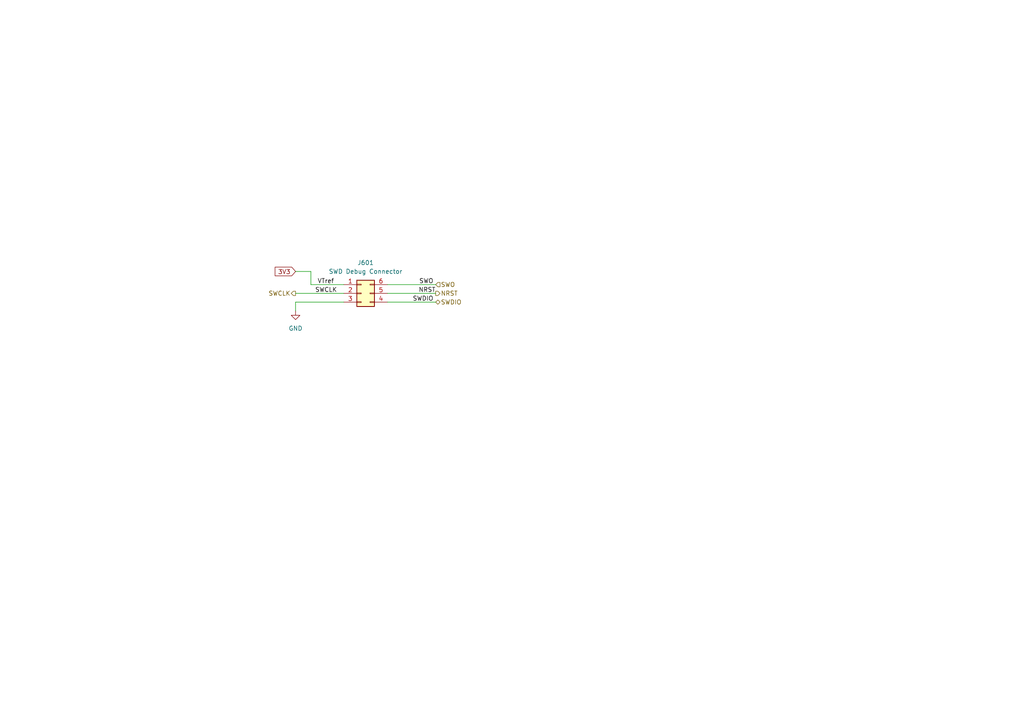
<source format=kicad_sch>
(kicad_sch (version 20211123) (generator eeschema)
  (paper "A4")
  (lib_symbols
    (symbol "Connector_Generic:Conn_02x03_Counter_Clockwise" (pin_names (offset 1.016) hide)
      (property "Reference" "J" (at 1.27 5.08 0))
      (property "Value" "Conn_02x03_Counter_Clockwise" (at 1.27 -5.08 0))
      (symbol "Conn_02x03_Counter_Clockwise_1_1"
        (rectangle (start -1.27 -2.413) (end 0 -2.667) (stroke (width 0.1524)))
        (rectangle (start -1.27 0.127) (end 0 -0.127) (stroke (width 0.1524)))
        (rectangle (start -1.27 2.667) (end 0 2.413) (stroke (width 0.1524)))
        (rectangle (start -1.27 3.81) (end 3.81 -3.81) (stroke (width 0.254)) (fill (type background)))
        (rectangle (start 3.81 -2.413) (end 2.54 -2.667) (stroke (width 0.1524)))
        (rectangle (start 3.81 0.127) (end 2.54 -0.127) (stroke (width 0.1524)))
        (rectangle (start 3.81 2.667) (end 2.54 2.413) (stroke (width 0.1524)))
        (pin passive line (at -5.08 2.54 0) (length 3.81) (name "Pin_1") (number "1"))
        (pin passive line (at -5.08 0 0) (length 3.81) (name "Pin_2") (number "2"))
        (pin passive line (at -5.08 -2.54 0) (length 3.81) (name "Pin_3") (number "3"))
        (pin passive line (at 7.62 -2.54 180) (length 3.81) (name "Pin_4") (number "4"))
        (pin passive line (at 7.62 0 180) (length 3.81) (name "Pin_5") (number "5"))
        (pin passive line (at 7.62 2.54 180) (length 3.81) (name "Pin_6") (number "6"))
      )
    )
    (symbol "power:GND" (power) (pin_names (offset 0))
      (property "Value" "GND" (at 0 -3.81 0))
      (symbol "GND_0_1"
        (polyline (pts (xy 0 0) (xy 0 -1.27) (xy 1.27 -1.27) (xy 0 -2.54) (xy -1.27 -1.27) (xy 0 -1.27)))
      )
      (symbol "GND_1_1"
        (pin power_in line (at 0 0 270) (length 0) hide (name "GND") (number "1"))
      )
    )
  )
  (wire (pts (xy 90.17 78.74) (xy 90.17 82.55)))
  (wire (pts (xy 112.395 82.55) (xy 126.365 82.55)))
  (wire (pts (xy 85.725 87.63) (xy 99.695 87.63)))
  (wire (pts (xy 85.725 87.63) (xy 85.725 90.17)))
  (wire (pts (xy 112.395 85.09) (xy 126.365 85.09)))
  (wire (pts (xy 85.725 85.09) (xy 99.695 85.09)))
  (wire (pts (xy 112.395 87.63) (xy 126.365 87.63)))
  (wire (pts (xy 85.725 78.74) (xy 90.17 78.74)))
  (wire (pts (xy 90.17 82.55) (xy 99.695 82.55)))
  (label "SWDIO" (at 125.73 87.63 180))
  (label "VTref" (at 92.075 82.55 0))
  (label "SWCLK" (at 97.79 85.09 180))
  (label "NRST" (at 126.365 85.09 180))
  (label "SWO" (at 125.73 82.55 180))
  (global_label "3V3" (shape input) (at 85.725 78.74 180) (property "Intersheet References" "${INTERSHEET_REFS}" (effects hide)))
  (hierarchical_label "SWCLK" (shape output) (at 85.725 85.09 180))
  (hierarchical_label "NRST" (shape output) (at 126.365 85.09 0))
  (hierarchical_label "SWO" (shape input) (at 126.365 82.55 0))
  (hierarchical_label "SWDIO" (shape bidirectional) (at 126.365 87.63 0))
  (symbol (lib_id "power:GND") (at 85.725 90.17 0) (unit 1)
    (property "Reference" "#PWR0118" (effects hide))
    (property "Value" "GND" (at 85.725 95.25 0))
  )
  (symbol (lib_id "Connector_Generic:Conn_02x03_Counter_Clockwise") (at 104.775 85.09 0) (unit 1)
    (property "Reference" "J601" (at 106.045 76.2 0))
    (property "Value" "SWD Debug Connector" (at 106.045 78.74 0))
    (property "Footprint" "Connector_PinHeader_2.54mm:PinHeader_2x03_P2.54mm_Vertical" (effects hide))
  )
)
</source>
